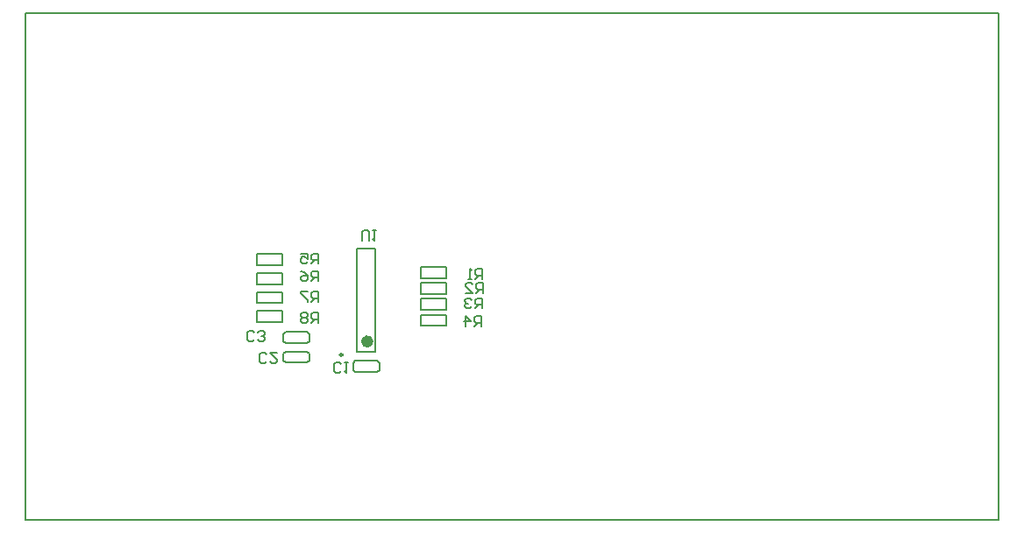
<source format=gbo>
%FSLAX25Y25*%
%MOIN*%
G70*
G01*
G75*
G04 Layer_Color=32896*
%ADD10C,0.27559*%
%ADD11C,0.00800*%
%ADD12C,0.03000*%
%ADD13C,0.01000*%
%ADD14C,0.01500*%
%ADD15C,0.00500*%
%ADD16C,0.10236*%
%ADD17C,0.05906*%
%ADD18C,0.12205*%
%ADD19R,0.05906X0.05906*%
%ADD20C,0.02000*%
%ADD21C,0.03000*%
%ADD22C,0.07874*%
%ADD23R,0.02756X0.03347*%
%ADD24O,0.08661X0.02362*%
%ADD25C,0.00787*%
%ADD26C,0.28359*%
%ADD27C,0.11036*%
%ADD28C,0.06706*%
%ADD29C,0.13005*%
%ADD30R,0.06706X0.06706*%
%ADD31R,0.03556X0.04147*%
%ADD32O,0.09461X0.03162*%
%ADD33C,0.02362*%
%ADD34C,0.00984*%
D15*
X99019Y-121435D02*
X107287D01*
X108074Y-124978D02*
Y-122222D01*
X98232Y-124978D02*
Y-122222D01*
X99019Y-125765D02*
X107287D01*
X98232Y-124978D02*
X99019Y-125765D01*
X98232Y-122222D02*
X99019Y-121435D01*
X107287D02*
X108074Y-122222D01*
X107287Y-125765D02*
X108074Y-124978D01*
X125613Y-136765D02*
X133881D01*
X124826Y-135978D02*
Y-133222D01*
X134669Y-135978D02*
Y-133222D01*
X125613Y-132435D02*
X133881D01*
X134669Y-133222D01*
X133881Y-136765D02*
X134669Y-135978D01*
X124826D02*
X125613Y-136765D01*
X124826Y-133222D02*
X125613Y-132435D01*
X88131Y-117765D02*
X97974D01*
X88131Y-113435D02*
X97974D01*
X88131Y-117765D02*
Y-113435D01*
X97974Y-117765D02*
Y-113435D01*
X150326Y-100865D02*
Y-96535D01*
X160169Y-100865D02*
Y-96535D01*
X150326Y-100865D02*
X160169D01*
X150326Y-96535D02*
X160169D01*
X150326Y-106965D02*
Y-102635D01*
X160169Y-106965D02*
Y-102635D01*
X150326Y-106965D02*
X160169D01*
X150326Y-102635D02*
X160169D01*
X150326Y-113065D02*
Y-108735D01*
X160169Y-113065D02*
Y-108735D01*
X150326Y-113065D02*
X160169D01*
X150326Y-108735D02*
X160169D01*
X88131Y-110499D02*
X97974D01*
X88131Y-106168D02*
X97974D01*
X88131Y-110499D02*
Y-106168D01*
X97974Y-110499D02*
Y-106168D01*
X88131Y-103232D02*
X97974D01*
X88131Y-98901D02*
X97974D01*
X88131Y-103232D02*
Y-98901D01*
X97974Y-103232D02*
Y-98901D01*
X88131Y-95965D02*
X97974D01*
X88131Y-91635D02*
X97974D01*
X88131Y-95965D02*
Y-91635D01*
X97974Y-95965D02*
Y-91635D01*
X99019Y-128835D02*
X107287D01*
X108074Y-132378D02*
Y-129622D01*
X98232Y-132378D02*
Y-129622D01*
X99019Y-133165D02*
X107287D01*
X98232Y-132378D02*
X99019Y-133165D01*
X98232Y-129622D02*
X99019Y-128835D01*
X107287D02*
X108074Y-129622D01*
X107287Y-133165D02*
X108074Y-132378D01*
X150326Y-114835D02*
X160169D01*
X150326Y-119165D02*
X160169D01*
Y-114835D01*
X150326Y-119165D02*
Y-114835D01*
X86987Y-124232D02*
X86320Y-124899D01*
X84987D01*
X84321Y-124232D01*
Y-121566D01*
X84987Y-120900D01*
X86320D01*
X86987Y-121566D01*
X88319Y-124232D02*
X88986Y-124899D01*
X90319D01*
X90985Y-124232D01*
Y-123566D01*
X90319Y-122899D01*
X89652D01*
X90319D01*
X90985Y-122233D01*
Y-121566D01*
X90319Y-120900D01*
X88986D01*
X88319Y-121566D01*
X111600Y-117900D02*
Y-113901D01*
X109601D01*
X108934Y-114568D01*
Y-115901D01*
X109601Y-116567D01*
X111600D01*
X110267D02*
X108934Y-117900D01*
X107601Y-114568D02*
X106935Y-113901D01*
X105602D01*
X104936Y-114568D01*
Y-115234D01*
X105602Y-115901D01*
X104936Y-116567D01*
Y-117234D01*
X105602Y-117900D01*
X106935D01*
X107601Y-117234D01*
Y-116567D01*
X106935Y-115901D01*
X107601Y-115234D01*
Y-114568D01*
X106935Y-115901D02*
X105602D01*
X111443Y-110033D02*
Y-106035D01*
X109444D01*
X108777Y-106701D01*
Y-108034D01*
X109444Y-108700D01*
X111443D01*
X110110D02*
X108777Y-110033D01*
X107445Y-106035D02*
X104779D01*
Y-106701D01*
X107445Y-109367D01*
Y-110033D01*
X111643Y-102167D02*
Y-98168D01*
X109644D01*
X108977Y-98834D01*
Y-100167D01*
X109644Y-100834D01*
X111643D01*
X110310D02*
X108977Y-102167D01*
X104979Y-98168D02*
X106312Y-98834D01*
X107645Y-100167D01*
Y-101500D01*
X106978Y-102167D01*
X105645D01*
X104979Y-101500D01*
Y-100834D01*
X105645Y-100167D01*
X107645D01*
X111443Y-95500D02*
Y-91501D01*
X109444D01*
X108777Y-92168D01*
Y-93501D01*
X109444Y-94167D01*
X111443D01*
X110110D02*
X108777Y-95500D01*
X104779Y-91501D02*
X107445D01*
Y-93501D01*
X106112Y-92834D01*
X105445D01*
X104779Y-93501D01*
Y-94834D01*
X105445Y-95500D01*
X106778D01*
X107445Y-94834D01*
X173800Y-112500D02*
Y-108501D01*
X171801D01*
X171134Y-109168D01*
Y-110501D01*
X171801Y-111167D01*
X173800D01*
X172467D02*
X171134Y-112500D01*
X169801Y-109168D02*
X169135Y-108501D01*
X167802D01*
X167136Y-109168D01*
Y-109834D01*
X167802Y-110501D01*
X168468D01*
X167802D01*
X167136Y-111167D01*
Y-111834D01*
X167802Y-112500D01*
X169135D01*
X169801Y-111834D01*
X174200Y-106800D02*
Y-102801D01*
X172201D01*
X171534Y-103468D01*
Y-104801D01*
X172201Y-105467D01*
X174200D01*
X172867D02*
X171534Y-106800D01*
X167535D02*
X170201D01*
X167535Y-104134D01*
Y-103468D01*
X168202Y-102801D01*
X169535D01*
X170201Y-103468D01*
X173800Y-101200D02*
Y-97201D01*
X171801D01*
X171134Y-97868D01*
Y-99201D01*
X171801Y-99867D01*
X173800D01*
X172467D02*
X171134Y-101200D01*
X169801D02*
X168468D01*
X169135D01*
Y-97201D01*
X169801Y-97868D01*
X120266Y-136332D02*
X119599Y-136999D01*
X118266D01*
X117600Y-136332D01*
Y-133667D01*
X118266Y-133000D01*
X119599D01*
X120266Y-133667D01*
X121599Y-133000D02*
X122932D01*
X122265D01*
Y-136999D01*
X121599Y-136332D01*
X173477Y-119200D02*
Y-115201D01*
X171478D01*
X170811Y-115868D01*
Y-117201D01*
X171478Y-117867D01*
X173477D01*
X172144D02*
X170811Y-119200D01*
X167479D02*
Y-115201D01*
X169478Y-117201D01*
X166813D01*
X91666Y-132732D02*
X90999Y-133399D01*
X89666D01*
X89000Y-132732D01*
Y-130067D01*
X89666Y-129400D01*
X90999D01*
X91666Y-130067D01*
X95665Y-129400D02*
X92999D01*
X95665Y-132066D01*
Y-132732D01*
X94998Y-133399D01*
X93665D01*
X92999Y-132732D01*
X128200Y-86799D02*
Y-83466D01*
X128867Y-82800D01*
X130199D01*
X130866Y-83466D01*
Y-86799D01*
X132199Y-82800D02*
X133532D01*
X132865D01*
Y-86799D01*
X132199Y-86132D01*
X0Y-192913D02*
X370200D01*
X0Y0D02*
X370200D01*
X0Y-192913D02*
Y0D01*
X370079Y-192913D02*
Y0D01*
D25*
X126157Y-89615D02*
X133243D01*
X126157Y-128985D02*
X133243D01*
Y-89615D01*
X126157Y-128985D02*
Y-89615D01*
D33*
X131275Y-125048D02*
G03*
X131275Y-125048I-1181J0D01*
G01*
D34*
X120743Y-130147D02*
G03*
X120743Y-130147I-492J0D01*
G01*
M02*

</source>
